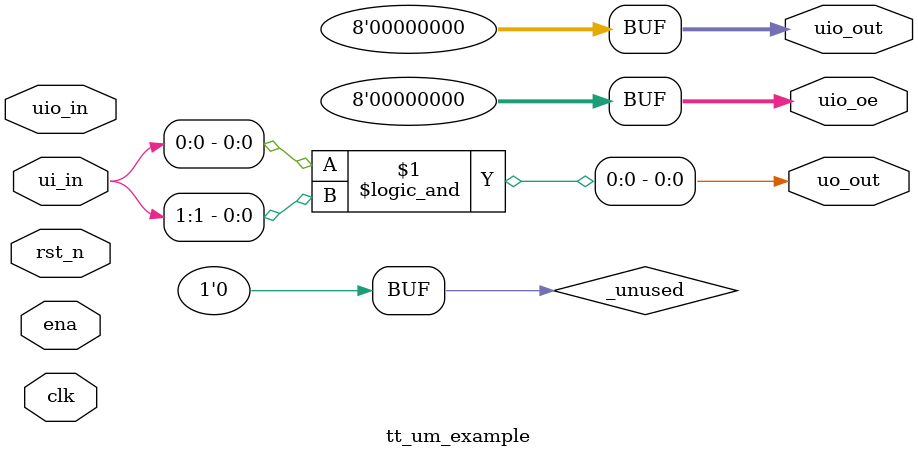
<source format=v>
/*
 * Copyright (c) 2024 Your Name
 * SPDX-License-Identifier: Apache-2.0
 */

`default_nettype none

module tt_um_example (
    input  wire [7:0] ui_in,    // Dedicated inputs
    output wire [7:0] uo_out,   // Dedicated outputs
    input  wire [7:0] uio_in,   // IOs: Input path
    output wire [7:0] uio_out,  // IOs: Output path
    output wire [7:0] uio_oe,   // IOs: Enable path (active high: 0=input, 1=output)
    input  wire       ena,      // always 1 when the design is powered, so you can ignore it
    input  wire       clk,      // clock
    input  wire       rst_n     // reset_n - low to reset
);

  // All output pins must be assigned. If not used, assign to 0.
  // assign uo_out  = ui_in + uio_in;  // Example: ou_out is the sum of ui_in and uio_in
  assign uo_out[0] = ui_in[0] && ui_in[1];   // make a little change...
  assign uio_out = 0;
  assign uio_oe  = 0;

  // List all unused inputs to prevent warnings
  wire _unused = &{ena, clk, rst_n, 1'b0};

endmodule

</source>
